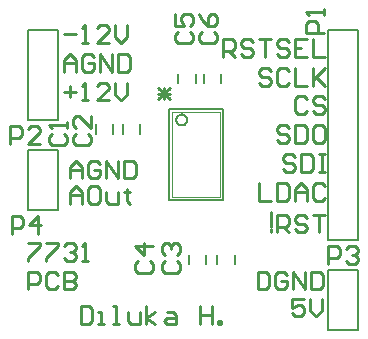
<source format=gto>
%FSTAX23Y23*%
%MOIN*%
%SFA1B1*%

%IPPOS*%
%ADD17C,0.006000*%
%ADD18C,0.007870*%
%ADD19C,0.002000*%
%ADD20C,0.010000*%
%LNpcb1-1*%
%LPD*%
G54D17*
X00615Y0075D02*
D01*
X00614Y00751*
X00614Y00752*
X00614Y00753*
X00614Y00755*
X00613Y00756*
X00613Y00757*
X00612Y00758*
X00612Y00759*
X00611Y0076*
X0061Y00761*
X00609Y00762*
X00609Y00763*
X00608Y00764*
X00607Y00765*
X00606Y00765*
X00604Y00766*
X00603Y00766*
X00602Y00767*
X00601Y00767*
X006Y00767*
X00598Y00768*
X00597Y00768*
X00596*
X00595Y00768*
X00593Y00767*
X00592Y00767*
X00591Y00767*
X0059Y00766*
X00589Y00766*
X00588Y00765*
X00586Y00765*
X00585Y00764*
X00584Y00763*
X00584Y00762*
X00583Y00761*
X00582Y0076*
X00581Y00759*
X00581Y00758*
X0058Y00757*
X0058Y00756*
X00579Y00755*
X00579Y00753*
X00579Y00752*
X00579Y00751*
X00579Y0075*
X00579Y00748*
X00579Y00747*
X00579Y00746*
X00579Y00745*
X0058Y00744*
X0058Y00742*
X00581Y00741*
X00581Y0074*
X00582Y00739*
X00583Y00738*
X00584Y00737*
X00584Y00736*
X00585Y00735*
X00586Y00735*
X00588Y00734*
X00589Y00734*
X0059Y00733*
X00591Y00733*
X00592Y00732*
X00593Y00732*
X00595Y00732*
X00596Y00732*
X00597*
X00598Y00732*
X006Y00732*
X00601Y00732*
X00602Y00733*
X00603Y00733*
X00604Y00734*
X00606Y00734*
X00607Y00735*
X00608Y00735*
X00609Y00736*
X00609Y00737*
X0061Y00738*
X00611Y00739*
X00612Y0074*
X00612Y00741*
X00613Y00742*
X00613Y00744*
X00614Y00745*
X00614Y00746*
X00614Y00747*
X00614Y00748*
X00615Y0075*
X00555Y00484D02*
Y00785D01*
Y00484D02*
X00734D01*
Y00785*
X00555D02*
X00734D01*
G54D18*
X00459Y00704D02*
Y00735D01*
X004Y00704D02*
Y00735D01*
X0067Y00872D02*
Y00903D01*
X00729Y00872D02*
Y00903D01*
X0062Y00269D02*
Y003D01*
X00679Y00269D02*
Y003D01*
X01185Y0035D02*
Y0105D01*
X01085D02*
X01185D01*
X01085Y0035D02*
Y0105D01*
Y0035D02*
X01185D01*
X00369Y00704D02*
Y00735D01*
X0031Y00704D02*
Y00735D01*
X00715Y00269D02*
Y003D01*
X00774Y00269D02*
Y003D01*
X00585Y00872D02*
Y00903D01*
X00644Y00872D02*
Y00903D01*
X01085Y0025D02*
X01185D01*
Y0005D02*
Y0025D01*
X01085Y0005D02*
X01185D01*
X01085D02*
Y0025D01*
X00085Y0065D02*
X00185D01*
Y0045D02*
Y0065D01*
X00085Y0045D02*
X00185D01*
X00085D02*
Y0065D01*
X00185Y0075D02*
Y0105D01*
X00085D02*
X00185D01*
X00085Y0075D02*
Y0105D01*
Y0075D02*
X00185D01*
G54D19*
X00564Y00493D02*
Y00776D01*
Y00493D02*
X00725D01*
Y00776*
X00564D02*
X00725D01*
G54D20*
X00205Y01036D02*
X00244D01*
X00264Y01006D02*
X00284D01*
X00274*
Y01066*
X00264Y01056*
X00354Y01006D02*
X00314D01*
X00354Y01046*
Y01056*
X00344Y01066*
X00324*
X00314Y01056*
X00374Y01066D02*
Y01026D01*
X00394Y01006*
X00414Y01026*
Y01066*
X00205Y0091D02*
Y0095D01*
X00224Y0097*
X00244Y0095*
Y0091*
Y0094*
X00205*
X00304Y0096D02*
X00294Y0097D01*
X00274*
X00264Y0096*
Y0092*
X00274Y0091*
X00294*
X00304Y0092*
Y0094*
X00284*
X00324Y0091D02*
Y0097D01*
X00364Y0091*
Y0097*
X00384D02*
Y0091D01*
X00414*
X00424Y0092*
Y0096*
X00414Y0097*
X00384*
X00205Y00844D02*
X00244D01*
X00224Y00864D02*
Y00825D01*
X00264Y00815D02*
X00284D01*
X00274*
Y00874*
X00264Y00864*
X00354Y00815D02*
X00314D01*
X00354Y00854*
Y00864*
X00344Y00874*
X00324*
X00314Y00864*
X00374Y00874D02*
Y00834D01*
X00394Y00815*
X00414Y00834*
Y00874*
X00734Y0096D02*
Y0102D01*
X00764*
X00774Y0101*
Y0099*
X00764Y0098*
X00734*
X00754D02*
X00774Y0096D01*
X00834Y0101D02*
X00824Y0102D01*
X00804*
X00794Y0101*
Y01*
X00804Y0099*
X00824*
X00834Y0098*
Y0097*
X00824Y0096*
X00804*
X00794Y0097*
X00854Y0102D02*
X00894D01*
X00874*
Y0096*
X00954Y0101D02*
X00944Y0102D01*
X00924*
X00914Y0101*
Y01*
X00924Y0099*
X00944*
X00954Y0098*
Y0097*
X00944Y0096*
X00924*
X00914Y0097*
X01014Y0102D02*
X00974D01*
Y0096*
X01014*
X00974Y0099D02*
X00994D01*
X01034Y0102D02*
Y0096D01*
X01074*
X00894Y00914D02*
X00884Y00924D01*
X00864*
X00854Y00914*
Y00904*
X00864Y00894*
X00884*
X00894Y00884*
Y00874*
X00884Y00864*
X00864*
X00854Y00874*
X00954Y00914D02*
X00944Y00924D01*
X00924*
X00914Y00914*
Y00874*
X00924Y00864*
X00944*
X00954Y00874*
X00974Y00924D02*
Y00864D01*
X01014*
X01034Y00924D02*
Y00864D01*
Y00884*
X01074Y00924*
X01044Y00894*
X01074Y00864*
X01014Y00818D02*
X01004Y00828D01*
X00984*
X00974Y00818*
Y00778*
X00984Y00768*
X01004*
X01014Y00778*
X01074Y00818D02*
X01064Y00828D01*
X01044*
X01034Y00818*
Y00808*
X01044Y00798*
X01064*
X01074Y00788*
Y00778*
X01064Y00768*
X01044*
X01034Y00778*
X00954Y00722D02*
X00944Y00732D01*
X00924*
X00914Y00722*
Y00712*
X00924Y00702*
X00944*
X00954Y00692*
Y00682*
X00944Y00672*
X00924*
X00914Y00682*
X00974Y00732D02*
Y00672D01*
X01004*
X01014Y00682*
Y00722*
X01004Y00732*
X00974*
X01064D02*
X01044D01*
X01034Y00722*
Y00682*
X01044Y00672*
X01064*
X01074Y00682*
Y00722*
X01064Y00732*
X00974Y00626D02*
X00964Y00636D01*
X00944*
X00934Y00626*
Y00616*
X00944Y00606*
X00964*
X00974Y00596*
Y00586*
X00964Y00576*
X00944*
X00934Y00586*
X00994Y00636D02*
Y00576D01*
X01024*
X01034Y00586*
Y00626*
X01024Y00636*
X00994*
X01054D02*
X01074D01*
X01064*
Y00576*
X01054*
X01074*
X00854Y0054D02*
Y0048D01*
X00894*
X00914Y0054D02*
Y0048D01*
X00944*
X00954Y0049*
Y0053*
X00944Y0054*
X00914*
X00974Y0048D02*
Y0052D01*
X00994Y0054*
X01014Y0052*
Y0048*
Y0051*
X00974*
X01074Y0053D02*
X01064Y0054D01*
X01044*
X01034Y0053*
Y0049*
X01044Y0048*
X01064*
X01074Y0049*
X00894Y00394D02*
Y00444D01*
Y00385D02*
Y00375D01*
X00914D02*
Y00434D01*
X00944*
X00954Y00424*
Y00404*
X00944Y00394*
X00914*
X00934D02*
X00954Y00375D01*
X01014Y00424D02*
X01004Y00434D01*
X00984*
X00974Y00424*
Y00414*
X00984Y00404*
X01004*
X01014Y00394*
Y00385*
X01004Y00375*
X00984*
X00974Y00385*
X01034Y00434D02*
X01074D01*
X01054*
Y00375*
X0026Y00129D02*
Y0007D01*
X00289*
X00299Y0008*
Y00119*
X00289Y00129*
X0026*
X00319Y0007D02*
X00339D01*
X00329*
Y00109*
X00319*
X00369Y0007D02*
X00389D01*
X00379*
Y00129*
X00369*
X00419Y00109D02*
Y0008D01*
X00429Y0007*
X00459*
Y00109*
X00479Y0007D02*
Y00129D01*
Y00089D02*
X00509Y00109D01*
X00479Y00089D02*
X00509Y0007D01*
X00549Y00109D02*
X00569D01*
X00579Y00099*
Y0007*
X00549*
X00539Y0008*
X00549Y00089*
X00579*
X00659Y00129D02*
Y0007D01*
Y00099*
X00699*
Y00129*
Y0007*
X00719D02*
Y0008D01*
X00729*
Y0007*
X00719*
X00085Y0034D02*
X00124D01*
Y0033*
X00085Y0029*
Y0028*
X00144Y0034D02*
X00184D01*
Y0033*
X00144Y0029*
Y0028*
X00204Y0033D02*
X00214Y0034D01*
X00234*
X00244Y0033*
Y0032*
X00234Y0031*
X00224*
X00234*
X00244Y003*
Y0029*
X00234Y0028*
X00214*
X00204Y0029*
X00264Y0028D02*
X00284D01*
X00274*
Y0034*
X00264Y0033*
X00085Y00185D02*
Y00244D01*
X00114*
X00124Y00234*
Y00214*
X00114Y00204*
X00085*
X00184Y00234D02*
X00174Y00244D01*
X00154*
X00144Y00234*
Y00195*
X00154Y00185*
X00174*
X00184Y00195*
X00204Y00244D02*
Y00185D01*
X00234*
X00244Y00195*
Y00204*
X00234Y00214*
X00204*
X00234*
X00244Y00224*
Y00234*
X00234Y00244*
X00204*
X0003Y0037D02*
Y00429D01*
X00059*
X00069Y00419*
Y00399*
X00059Y00389*
X0003*
X00119Y0037D02*
Y00429D01*
X00089Y00399*
X00129*
X01085Y0027D02*
Y00329D01*
X01114*
X01124Y00319*
Y00299*
X01114Y00289*
X01085*
X01144Y00319D02*
X01154Y00329D01*
X01174*
X01184Y00319*
Y00309*
X01174Y00299*
X01164*
X01174*
X01184Y00289*
Y0028*
X01174Y0027*
X01154*
X01144Y0028*
X00025Y0067D02*
Y00729D01*
X00054*
X00064Y00719*
Y00699*
X00054Y00689*
X00025*
X00124Y0067D02*
X00084D01*
X00124Y00709*
Y00719*
X00114Y00729*
X00094*
X00084Y00719*
X0107Y0104D02*
X0101D01*
Y01069*
X0102Y01079*
X0104*
X0105Y01069*
Y0104*
X0107Y01099D02*
Y01119D01*
Y01109*
X0101*
X0102Y01099*
X00665Y01044D02*
X00655Y01034D01*
Y01015*
X00665Y01005*
X00705*
X00715Y01015*
Y01034*
X00705Y01044*
X00655Y01104D02*
X00665Y01084D01*
X00685Y01064*
X00705*
X00715Y01074*
Y01094*
X00705Y01104*
X00695*
X00685Y01094*
Y01064*
X00585Y01044D02*
X00575Y01034D01*
Y01015*
X00585Y01005*
X00625*
X00635Y01015*
Y01034*
X00625Y01044*
X00575Y01104D02*
Y01064D01*
X00605*
X00595Y01084*
Y01094*
X00605Y01104*
X00625*
X00635Y01094*
Y01074*
X00625Y01064*
X0045Y00279D02*
X0044Y00269D01*
Y0025*
X0045Y0024*
X0049*
X005Y0025*
Y00269*
X0049Y00279*
X005Y00329D02*
X0044D01*
X0047Y00299*
Y00339*
X0054Y00279D02*
X0053Y00269D01*
Y0025*
X0054Y0024*
X0058*
X0059Y0025*
Y00269*
X0058Y00279*
X0054Y00299D02*
X0053Y00309D01*
Y00329*
X0054Y00339*
X0055*
X0056Y00329*
Y00319*
Y00329*
X0057Y00339*
X0058*
X0059Y00329*
Y00309*
X0058Y00299*
X00245Y00704D02*
X00235Y00694D01*
Y00675*
X00245Y00665*
X00285*
X00295Y00675*
Y00694*
X00285Y00704*
X00295Y00764D02*
Y00724D01*
X00255Y00764*
X00245*
X00235Y00754*
Y00734*
X00245Y00724*
X00165Y00704D02*
X00155Y00694D01*
Y00675*
X00165Y00665*
X00205*
X00215Y00675*
Y00694*
X00205Y00704*
X00215Y00724D02*
Y00744D01*
Y00734*
X00155*
X00165Y00724*
X00517Y00857D02*
X00556Y00818D01*
X00517D02*
X00556Y00857D01*
X00517Y00837D02*
X00556D01*
X00536Y00818D02*
Y00857D01*
X00225Y0047D02*
Y00509D01*
X00244Y00529*
X00264Y00509*
Y0047*
Y00499*
X00225*
X00314Y00529D02*
X00294D01*
X00284Y00519*
Y0048*
X00294Y0047*
X00314*
X00324Y0048*
Y00519*
X00314Y00529*
X00344Y00509D02*
Y0048D01*
X00354Y0047*
X00384*
Y00509*
X00414Y00519D02*
Y00509D01*
X00404*
X00424*
X00414*
Y0048*
X00424Y0047*
X00225Y00555D02*
Y00594D01*
X00244Y00614*
X00264Y00594*
Y00555*
Y00584*
X00225*
X00324Y00604D02*
X00314Y00614D01*
X00294*
X00284Y00604*
Y00565*
X00294Y00555*
X00314*
X00324Y00565*
Y00584*
X00304*
X00344Y00555D02*
Y00614D01*
X00384Y00555*
Y00614*
X00404D02*
Y00555D01*
X00434*
X00444Y00565*
Y00604*
X00434Y00614*
X00404*
X0085Y00244D02*
Y00185D01*
X00879*
X00889Y00195*
Y00234*
X00879Y00244*
X0085*
X00949Y00234D02*
X00939Y00244D01*
X00919*
X00909Y00234*
Y00195*
X00919Y00185*
X00939*
X00949Y00195*
Y00214*
X00929*
X00969Y00185D02*
Y00244D01*
X01009Y00185*
Y00244*
X01029D02*
Y00185D01*
X01059*
X01069Y00195*
Y00234*
X01059Y00244*
X01029*
X01004Y00154D02*
X00965D01*
Y00124*
X00984Y00134*
X00994*
X01004Y00124*
Y00105*
X00994Y00095*
X00975*
X00965Y00105*
X01024Y00154D02*
Y00114D01*
X01044Y00095*
X01064Y00114*
Y00154*
M02*
</source>
